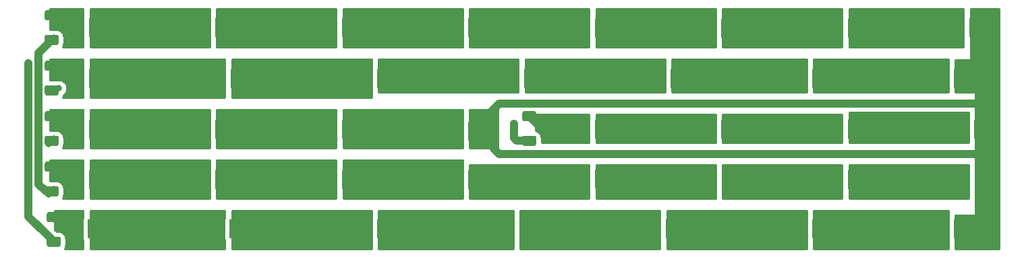
<source format=gbr>
%TF.GenerationSoftware,KiCad,Pcbnew,(5.1.9)-1*%
%TF.CreationDate,2021-12-14T13:52:55-06:00*%
%TF.ProjectId,Tri-Color-Panel,5472692d-436f-46c6-9f72-2d50616e656c,rev?*%
%TF.SameCoordinates,Original*%
%TF.FileFunction,Copper,L1,Top*%
%TF.FilePolarity,Positive*%
%FSLAX46Y46*%
G04 Gerber Fmt 4.6, Leading zero omitted, Abs format (unit mm)*
G04 Created by KiCad (PCBNEW (5.1.9)-1) date 2021-12-14 13:52:55*
%MOMM*%
%LPD*%
G01*
G04 APERTURE LIST*
%TA.AperFunction,SMDPad,CuDef*%
%ADD10R,1.600000X2.400000*%
%TD*%
%TA.AperFunction,SMDPad,CuDef*%
%ADD11R,0.600000X2.400000*%
%TD*%
%TA.AperFunction,SMDPad,CuDef*%
%ADD12R,0.500000X1.000000*%
%TD*%
%TA.AperFunction,ViaPad*%
%ADD13C,0.800000*%
%TD*%
%TA.AperFunction,Conductor*%
%ADD14C,1.016000*%
%TD*%
%TA.AperFunction,Conductor*%
%ADD15C,0.254000*%
%TD*%
%TA.AperFunction,Conductor*%
%ADD16C,0.100000*%
%TD*%
G04 APERTURE END LIST*
D10*
%TO.P,D1,1*%
%TO.N,Net-(D1-Pad1)*%
X91551000Y-79375000D03*
D11*
%TO.P,D1,2*%
%TO.N,Net-(D1-Pad2)*%
X89901000Y-79375000D03*
D12*
X89351000Y-79375000D03*
%TO.P,D1,1*%
%TO.N,Net-(D1-Pad1)*%
X92601000Y-79375000D03*
%TD*%
%TO.P,R1,2*%
%TO.N,Net-(D1-Pad2)*%
%TA.AperFunction,SMDPad,CuDef*%
G36*
G01*
X86731001Y-78475000D02*
X85480999Y-78475000D01*
G75*
G02*
X85231000Y-78225001I0J249999D01*
G01*
X85231000Y-77424999D01*
G75*
G02*
X85480999Y-77175000I249999J0D01*
G01*
X86731001Y-77175000D01*
G75*
G02*
X86981000Y-77424999I0J-249999D01*
G01*
X86981000Y-78225001D01*
G75*
G02*
X86731001Y-78475000I-249999J0D01*
G01*
G37*
%TD.AperFunction*%
%TO.P,R1,1*%
%TO.N,Net-(R1-Pad1)*%
%TA.AperFunction,SMDPad,CuDef*%
G36*
G01*
X86731001Y-81575000D02*
X85480999Y-81575000D01*
G75*
G02*
X85231000Y-81325001I0J249999D01*
G01*
X85231000Y-80524999D01*
G75*
G02*
X85480999Y-80275000I249999J0D01*
G01*
X86731001Y-80275000D01*
G75*
G02*
X86981000Y-80524999I0J-249999D01*
G01*
X86981000Y-81325001D01*
G75*
G02*
X86731001Y-81575000I-249999J0D01*
G01*
G37*
%TD.AperFunction*%
%TD*%
%TO.P,R2,1*%
%TO.N,Net-(R1-Pad1)*%
%TA.AperFunction,SMDPad,CuDef*%
G36*
G01*
X86731001Y-100625000D02*
X85480999Y-100625000D01*
G75*
G02*
X85231000Y-100375001I0J249999D01*
G01*
X85231000Y-99574999D01*
G75*
G02*
X85480999Y-99325000I249999J0D01*
G01*
X86731001Y-99325000D01*
G75*
G02*
X86981000Y-99574999I0J-249999D01*
G01*
X86981000Y-100375001D01*
G75*
G02*
X86731001Y-100625000I-249999J0D01*
G01*
G37*
%TD.AperFunction*%
%TO.P,R2,2*%
%TO.N,Net-(D9-Pad2)*%
%TA.AperFunction,SMDPad,CuDef*%
G36*
G01*
X86731001Y-97525000D02*
X85480999Y-97525000D01*
G75*
G02*
X85231000Y-97275001I0J249999D01*
G01*
X85231000Y-96474999D01*
G75*
G02*
X85480999Y-96225000I249999J0D01*
G01*
X86731001Y-96225000D01*
G75*
G02*
X86981000Y-96474999I0J-249999D01*
G01*
X86981000Y-97275001D01*
G75*
G02*
X86731001Y-97525000I-249999J0D01*
G01*
G37*
%TD.AperFunction*%
%TD*%
%TO.P,R3,2*%
%TO.N,Net-(D17-Pad2)*%
%TA.AperFunction,SMDPad,CuDef*%
G36*
G01*
X86731001Y-84825000D02*
X85480999Y-84825000D01*
G75*
G02*
X85231000Y-84575001I0J249999D01*
G01*
X85231000Y-83774999D01*
G75*
G02*
X85480999Y-83525000I249999J0D01*
G01*
X86731001Y-83525000D01*
G75*
G02*
X86981000Y-83774999I0J-249999D01*
G01*
X86981000Y-84575001D01*
G75*
G02*
X86731001Y-84825000I-249999J0D01*
G01*
G37*
%TD.AperFunction*%
%TO.P,R3,1*%
%TO.N,Net-(R3-Pad1)*%
%TA.AperFunction,SMDPad,CuDef*%
G36*
G01*
X86731001Y-87925000D02*
X85480999Y-87925000D01*
G75*
G02*
X85231000Y-87675001I0J249999D01*
G01*
X85231000Y-86874999D01*
G75*
G02*
X85480999Y-86625000I249999J0D01*
G01*
X86731001Y-86625000D01*
G75*
G02*
X86981000Y-86874999I0J-249999D01*
G01*
X86981000Y-87675001D01*
G75*
G02*
X86731001Y-87925000I-249999J0D01*
G01*
G37*
%TD.AperFunction*%
%TD*%
%TO.P,R4,1*%
%TO.N,Net-(R3-Pad1)*%
%TA.AperFunction,SMDPad,CuDef*%
G36*
G01*
X86985001Y-106975000D02*
X85734999Y-106975000D01*
G75*
G02*
X85485000Y-106725001I0J249999D01*
G01*
X85485000Y-105924999D01*
G75*
G02*
X85734999Y-105675000I249999J0D01*
G01*
X86985001Y-105675000D01*
G75*
G02*
X87235000Y-105924999I0J-249999D01*
G01*
X87235000Y-106725001D01*
G75*
G02*
X86985001Y-106975000I-249999J0D01*
G01*
G37*
%TD.AperFunction*%
%TO.P,R4,2*%
%TO.N,Net-(D24-Pad2)*%
%TA.AperFunction,SMDPad,CuDef*%
G36*
G01*
X86985001Y-103875000D02*
X85734999Y-103875000D01*
G75*
G02*
X85485000Y-103625001I0J249999D01*
G01*
X85485000Y-102824999D01*
G75*
G02*
X85734999Y-102575000I249999J0D01*
G01*
X86985001Y-102575000D01*
G75*
G02*
X87235000Y-102824999I0J-249999D01*
G01*
X87235000Y-103625001D01*
G75*
G02*
X86985001Y-103875000I-249999J0D01*
G01*
G37*
%TD.AperFunction*%
%TD*%
%TO.P,R5,2*%
%TO.N,Net-(D31-Pad2)*%
%TA.AperFunction,SMDPad,CuDef*%
G36*
G01*
X86731001Y-91175000D02*
X85480999Y-91175000D01*
G75*
G02*
X85231000Y-90925001I0J249999D01*
G01*
X85231000Y-90124999D01*
G75*
G02*
X85480999Y-89875000I249999J0D01*
G01*
X86731001Y-89875000D01*
G75*
G02*
X86981000Y-90124999I0J-249999D01*
G01*
X86981000Y-90925001D01*
G75*
G02*
X86731001Y-91175000I-249999J0D01*
G01*
G37*
%TD.AperFunction*%
%TO.P,R5,1*%
%TO.N,Net-(R5-Pad1)*%
%TA.AperFunction,SMDPad,CuDef*%
G36*
G01*
X86731001Y-94275000D02*
X85480999Y-94275000D01*
G75*
G02*
X85231000Y-94025001I0J249999D01*
G01*
X85231000Y-93224999D01*
G75*
G02*
X85480999Y-92975000I249999J0D01*
G01*
X86731001Y-92975000D01*
G75*
G02*
X86981000Y-93224999I0J-249999D01*
G01*
X86981000Y-94025001D01*
G75*
G02*
X86731001Y-94275000I-249999J0D01*
G01*
G37*
%TD.AperFunction*%
%TD*%
%TO.P,R6,1*%
%TO.N,Net-(R5-Pad1)*%
%TA.AperFunction,SMDPad,CuDef*%
G36*
G01*
X146675001Y-94275000D02*
X145424999Y-94275000D01*
G75*
G02*
X145175000Y-94025001I0J249999D01*
G01*
X145175000Y-93224999D01*
G75*
G02*
X145424999Y-92975000I249999J0D01*
G01*
X146675001Y-92975000D01*
G75*
G02*
X146925000Y-93224999I0J-249999D01*
G01*
X146925000Y-94025001D01*
G75*
G02*
X146675001Y-94275000I-249999J0D01*
G01*
G37*
%TD.AperFunction*%
%TO.P,R6,2*%
%TO.N,Net-(D35-Pad2)*%
%TA.AperFunction,SMDPad,CuDef*%
G36*
G01*
X146675001Y-91175000D02*
X145424999Y-91175000D01*
G75*
G02*
X145175000Y-90925001I0J249999D01*
G01*
X145175000Y-90124999D01*
G75*
G02*
X145424999Y-89875000I249999J0D01*
G01*
X146675001Y-89875000D01*
G75*
G02*
X146925000Y-90124999I0J-249999D01*
G01*
X146925000Y-90925001D01*
G75*
G02*
X146675001Y-91175000I-249999J0D01*
G01*
G37*
%TD.AperFunction*%
%TD*%
D10*
%TO.P,D2,1*%
%TO.N,Net-(D2-Pad1)*%
X107426000Y-79375000D03*
D11*
%TO.P,D2,2*%
%TO.N,Net-(D1-Pad1)*%
X105776000Y-79375000D03*
D12*
X105226000Y-79375000D03*
%TO.P,D2,1*%
%TO.N,Net-(D2-Pad1)*%
X108476000Y-79375000D03*
%TD*%
%TO.P,D3,1*%
%TO.N,Net-(D3-Pad1)*%
X124351000Y-79375000D03*
%TO.P,D3,2*%
%TO.N,Net-(D2-Pad1)*%
X121101000Y-79375000D03*
D11*
X121651000Y-79375000D03*
D10*
%TO.P,D3,1*%
%TO.N,Net-(D3-Pad1)*%
X123301000Y-79375000D03*
%TD*%
%TO.P,D4,1*%
%TO.N,Net-(D4-Pad1)*%
X139176000Y-79375000D03*
D11*
%TO.P,D4,2*%
%TO.N,Net-(D3-Pad1)*%
X137526000Y-79375000D03*
D12*
X136976000Y-79375000D03*
%TO.P,D4,1*%
%TO.N,Net-(D4-Pad1)*%
X140226000Y-79375000D03*
%TD*%
%TO.P,D5,1*%
%TO.N,Net-(D5-Pad1)*%
X156101000Y-79446000D03*
%TO.P,D5,2*%
%TO.N,Net-(D4-Pad1)*%
X152851000Y-79446000D03*
D11*
X153401000Y-79446000D03*
D10*
%TO.P,D5,1*%
%TO.N,Net-(D5-Pad1)*%
X155051000Y-79446000D03*
%TD*%
%TO.P,D6,1*%
%TO.N,Net-(D6-Pad1)*%
X170926000Y-79446000D03*
D11*
%TO.P,D6,2*%
%TO.N,Net-(D5-Pad1)*%
X169276000Y-79446000D03*
D12*
X168726000Y-79446000D03*
%TO.P,D6,1*%
%TO.N,Net-(D6-Pad1)*%
X171976000Y-79446000D03*
%TD*%
%TO.P,D7,1*%
%TO.N,Net-(D7-Pad1)*%
X187851000Y-79446000D03*
%TO.P,D7,2*%
%TO.N,Net-(D6-Pad1)*%
X184601000Y-79446000D03*
D11*
X185151000Y-79446000D03*
D10*
%TO.P,D7,1*%
%TO.N,Net-(D7-Pad1)*%
X186801000Y-79446000D03*
%TD*%
%TO.P,D8,1*%
%TO.N,Net-(D16-Pad1)*%
X202041000Y-79375000D03*
D11*
%TO.P,D8,2*%
%TO.N,Net-(D7-Pad1)*%
X200391000Y-79375000D03*
D12*
X199841000Y-79375000D03*
%TO.P,D8,1*%
%TO.N,Net-(D16-Pad1)*%
X203091000Y-79375000D03*
%TD*%
%TO.P,D9,1*%
%TO.N,Net-(D10-Pad2)*%
X92601000Y-98496000D03*
%TO.P,D9,2*%
%TO.N,Net-(D9-Pad2)*%
X89351000Y-98496000D03*
D11*
X89901000Y-98496000D03*
D10*
%TO.P,D9,1*%
%TO.N,Net-(D10-Pad2)*%
X91551000Y-98496000D03*
%TD*%
%TO.P,D10,1*%
%TO.N,Net-(D10-Pad1)*%
X107426000Y-98496000D03*
D11*
%TO.P,D10,2*%
%TO.N,Net-(D10-Pad2)*%
X105776000Y-98496000D03*
D12*
X105226000Y-98496000D03*
%TO.P,D10,1*%
%TO.N,Net-(D10-Pad1)*%
X108476000Y-98496000D03*
%TD*%
%TO.P,D11,1*%
%TO.N,Net-(D11-Pad1)*%
X124351000Y-98496000D03*
%TO.P,D11,2*%
%TO.N,Net-(D10-Pad1)*%
X121101000Y-98496000D03*
D11*
X121651000Y-98496000D03*
D10*
%TO.P,D11,1*%
%TO.N,Net-(D11-Pad1)*%
X123301000Y-98496000D03*
%TD*%
%TO.P,D12,1*%
%TO.N,Net-(D12-Pad1)*%
X139176000Y-98496000D03*
D11*
%TO.P,D12,2*%
%TO.N,Net-(D11-Pad1)*%
X137526000Y-98496000D03*
D12*
X136976000Y-98496000D03*
%TO.P,D12,1*%
%TO.N,Net-(D12-Pad1)*%
X140226000Y-98496000D03*
%TD*%
%TO.P,D13,1*%
%TO.N,Net-(D13-Pad1)*%
X156116000Y-98425000D03*
%TO.P,D13,2*%
%TO.N,Net-(D12-Pad1)*%
X152866000Y-98425000D03*
D11*
X153416000Y-98425000D03*
D10*
%TO.P,D13,1*%
%TO.N,Net-(D13-Pad1)*%
X155066000Y-98425000D03*
%TD*%
D12*
%TO.P,D14,1*%
%TO.N,Net-(D14-Pad1)*%
X171992000Y-98425000D03*
%TO.P,D14,2*%
%TO.N,Net-(D13-Pad1)*%
X168742000Y-98425000D03*
D11*
X169292000Y-98425000D03*
D10*
%TO.P,D14,1*%
%TO.N,Net-(D14-Pad1)*%
X170942000Y-98425000D03*
%TD*%
%TO.P,D15,1*%
%TO.N,Net-(D15-Pad1)*%
X186801000Y-98496000D03*
D11*
%TO.P,D15,2*%
%TO.N,Net-(D14-Pad1)*%
X185151000Y-98496000D03*
D12*
X184601000Y-98496000D03*
%TO.P,D15,1*%
%TO.N,Net-(D15-Pad1)*%
X187851000Y-98496000D03*
%TD*%
%TO.P,D16,1*%
%TO.N,Net-(D16-Pad1)*%
X203742000Y-98552000D03*
%TO.P,D16,2*%
%TO.N,Net-(D15-Pad1)*%
X200492000Y-98552000D03*
D11*
X201042000Y-98552000D03*
D10*
%TO.P,D16,1*%
%TO.N,Net-(D16-Pad1)*%
X202692000Y-98552000D03*
%TD*%
D12*
%TO.P,D17,1*%
%TO.N,Net-(D17-Pad1)*%
X92601000Y-85796000D03*
%TO.P,D17,2*%
%TO.N,Net-(D17-Pad2)*%
X89351000Y-85796000D03*
D11*
X89901000Y-85796000D03*
D10*
%TO.P,D17,1*%
%TO.N,Net-(D17-Pad1)*%
X91551000Y-85796000D03*
%TD*%
D12*
%TO.P,D18,1*%
%TO.N,Net-(D18-Pad1)*%
X110381000Y-85796000D03*
%TO.P,D18,2*%
%TO.N,Net-(D17-Pad1)*%
X107131000Y-85796000D03*
D11*
X107681000Y-85796000D03*
D10*
%TO.P,D18,1*%
%TO.N,Net-(D18-Pad1)*%
X109331000Y-85796000D03*
%TD*%
D12*
%TO.P,D19,1*%
%TO.N,Net-(D19-Pad1)*%
X128759500Y-85796000D03*
%TO.P,D19,2*%
%TO.N,Net-(D18-Pad1)*%
X125509500Y-85796000D03*
D11*
X126059500Y-85796000D03*
D10*
%TO.P,D19,1*%
%TO.N,Net-(D19-Pad1)*%
X127709500Y-85796000D03*
%TD*%
%TO.P,D20,1*%
%TO.N,Net-(D20-Pad1)*%
X146161000Y-85796000D03*
D11*
%TO.P,D20,2*%
%TO.N,Net-(D19-Pad1)*%
X144511000Y-85796000D03*
D12*
X143961000Y-85796000D03*
%TO.P,D20,1*%
%TO.N,Net-(D20-Pad1)*%
X147211000Y-85796000D03*
%TD*%
%TO.P,D21,1*%
%TO.N,Net-(D21-Pad1)*%
X165626000Y-85796000D03*
%TO.P,D21,2*%
%TO.N,Net-(D20-Pad1)*%
X162376000Y-85796000D03*
D11*
X162926000Y-85796000D03*
D10*
%TO.P,D21,1*%
%TO.N,Net-(D21-Pad1)*%
X164576000Y-85796000D03*
%TD*%
%TO.P,D22,1*%
%TO.N,Net-(D22-Pad1)*%
X182356000Y-85796000D03*
D11*
%TO.P,D22,2*%
%TO.N,Net-(D21-Pad1)*%
X180706000Y-85796000D03*
D12*
X180156000Y-85796000D03*
%TO.P,D22,1*%
%TO.N,Net-(D22-Pad1)*%
X183406000Y-85796000D03*
%TD*%
%TO.P,D23,1*%
%TO.N,Net-(D16-Pad1)*%
X201186000Y-85796000D03*
%TO.P,D23,2*%
%TO.N,Net-(D22-Pad1)*%
X197936000Y-85796000D03*
D11*
X198486000Y-85796000D03*
D10*
%TO.P,D23,1*%
%TO.N,Net-(D16-Pad1)*%
X200136000Y-85796000D03*
%TD*%
%TO.P,D24,1*%
%TO.N,Net-(D24-Pad1)*%
X91424000Y-104719000D03*
D11*
%TO.P,D24,2*%
%TO.N,Net-(D24-Pad2)*%
X89774000Y-104719000D03*
D12*
X89224000Y-104719000D03*
%TO.P,D24,1*%
%TO.N,Net-(D24-Pad1)*%
X92474000Y-104719000D03*
%TD*%
%TO.P,D25,1*%
%TO.N,Net-(D25-Pad1)*%
X110254000Y-104719000D03*
%TO.P,D25,2*%
%TO.N,Net-(D24-Pad1)*%
X107004000Y-104719000D03*
D11*
X107554000Y-104719000D03*
D10*
%TO.P,D25,1*%
%TO.N,Net-(D25-Pad1)*%
X109204000Y-104719000D03*
%TD*%
%TO.P,D26,1*%
%TO.N,Net-(D26-Pad1)*%
X127709500Y-104719000D03*
D11*
%TO.P,D26,2*%
%TO.N,Net-(D25-Pad1)*%
X126059500Y-104719000D03*
D12*
X125509500Y-104719000D03*
%TO.P,D26,1*%
%TO.N,Net-(D26-Pad1)*%
X128759500Y-104719000D03*
%TD*%
%TO.P,D27,1*%
%TO.N,Net-(D27-Pad1)*%
X146592000Y-104719000D03*
%TO.P,D27,2*%
%TO.N,Net-(D26-Pad1)*%
X143342000Y-104719000D03*
D11*
X143892000Y-104719000D03*
D10*
%TO.P,D27,1*%
%TO.N,Net-(D27-Pad1)*%
X145542000Y-104719000D03*
%TD*%
%TO.P,D28,1*%
%TO.N,Net-(D28-Pad1)*%
X163941000Y-104719000D03*
D11*
%TO.P,D28,2*%
%TO.N,Net-(D27-Pad1)*%
X162291000Y-104719000D03*
D12*
X161741000Y-104719000D03*
%TO.P,D28,1*%
%TO.N,Net-(D28-Pad1)*%
X164991000Y-104719000D03*
%TD*%
%TO.P,D29,1*%
%TO.N,Net-(D29-Pad1)*%
X183406000Y-104719000D03*
%TO.P,D29,2*%
%TO.N,Net-(D28-Pad1)*%
X180156000Y-104719000D03*
D11*
X180706000Y-104719000D03*
D10*
%TO.P,D29,1*%
%TO.N,Net-(D29-Pad1)*%
X182356000Y-104719000D03*
%TD*%
%TO.P,D30,1*%
%TO.N,Net-(D16-Pad1)*%
X200136000Y-104719000D03*
D11*
%TO.P,D30,2*%
%TO.N,Net-(D29-Pad1)*%
X198486000Y-104719000D03*
D12*
X197936000Y-104719000D03*
%TO.P,D30,1*%
%TO.N,Net-(D16-Pad1)*%
X201186000Y-104719000D03*
%TD*%
D10*
%TO.P,D31,1*%
%TO.N,Net-(D31-Pad1)*%
X91551000Y-92146000D03*
D11*
%TO.P,D31,2*%
%TO.N,Net-(D31-Pad2)*%
X89901000Y-92146000D03*
D12*
X89351000Y-92146000D03*
%TO.P,D31,1*%
%TO.N,Net-(D31-Pad1)*%
X92601000Y-92146000D03*
%TD*%
D10*
%TO.P,D32,1*%
%TO.N,Net-(D32-Pad1)*%
X107426000Y-92146000D03*
D11*
%TO.P,D32,2*%
%TO.N,Net-(D31-Pad1)*%
X105776000Y-92146000D03*
D12*
X105226000Y-92146000D03*
%TO.P,D32,1*%
%TO.N,Net-(D32-Pad1)*%
X108476000Y-92146000D03*
%TD*%
%TO.P,D33,1*%
%TO.N,Net-(D33-Pad1)*%
X124351000Y-92146000D03*
%TO.P,D33,2*%
%TO.N,Net-(D32-Pad1)*%
X121101000Y-92146000D03*
D11*
X121651000Y-92146000D03*
D10*
%TO.P,D33,1*%
%TO.N,Net-(D33-Pad1)*%
X123301000Y-92146000D03*
%TD*%
%TO.P,D34,1*%
%TO.N,Net-(D16-Pad1)*%
X139176000Y-92400000D03*
D11*
%TO.P,D34,2*%
%TO.N,Net-(D33-Pad1)*%
X137526000Y-92400000D03*
D12*
X136976000Y-92400000D03*
%TO.P,D34,1*%
%TO.N,Net-(D16-Pad1)*%
X140226000Y-92400000D03*
%TD*%
%TO.P,D35,1*%
%TO.N,Net-(D35-Pad1)*%
X156101000Y-92146000D03*
%TO.P,D35,2*%
%TO.N,Net-(D35-Pad2)*%
X152851000Y-92146000D03*
D11*
X153401000Y-92146000D03*
D10*
%TO.P,D35,1*%
%TO.N,Net-(D35-Pad1)*%
X155051000Y-92146000D03*
%TD*%
%TO.P,D36,1*%
%TO.N,Net-(D36-Pad1)*%
X170926000Y-92146000D03*
D11*
%TO.P,D36,2*%
%TO.N,Net-(D35-Pad1)*%
X169276000Y-92146000D03*
D12*
X168726000Y-92146000D03*
%TO.P,D36,1*%
%TO.N,Net-(D36-Pad1)*%
X171976000Y-92146000D03*
%TD*%
%TO.P,D37,1*%
%TO.N,Net-(D37-Pad1)*%
X187851000Y-92146000D03*
%TO.P,D37,2*%
%TO.N,Net-(D36-Pad1)*%
X184601000Y-92146000D03*
D11*
X185151000Y-92146000D03*
D10*
%TO.P,D37,1*%
%TO.N,Net-(D37-Pad1)*%
X186801000Y-92146000D03*
%TD*%
%TO.P,D38,1*%
%TO.N,Net-(D16-Pad1)*%
X202676000Y-92146000D03*
D11*
%TO.P,D38,2*%
%TO.N,Net-(D37-Pad1)*%
X201026000Y-92146000D03*
D12*
X200476000Y-92146000D03*
%TO.P,D38,1*%
%TO.N,Net-(D16-Pad1)*%
X203726000Y-92146000D03*
%TD*%
D13*
%TO.N,Net-(D16-Pad1)*%
X200442500Y-106262500D03*
X201712500Y-106262500D03*
X202982500Y-106262500D03*
X204252500Y-106262500D03*
X204379500Y-104230500D03*
X203109500Y-104230500D03*
X201839500Y-104230500D03*
%TO.N,Net-(R1-Pad1)*%
X85725000Y-81280000D03*
X85725000Y-100330000D03*
X86360000Y-99695000D03*
X86360000Y-80645000D03*
%TO.N,Net-(R3-Pad1)*%
X83185000Y-83820000D03*
X86106000Y-87275000D03*
X86995000Y-86995000D03*
X83185000Y-85090000D03*
X83185000Y-86360000D03*
X83185000Y-87630000D03*
%TO.N,Net-(R5-Pad1)*%
X85725000Y-93980000D03*
X86360000Y-93345000D03*
X144145000Y-92710000D03*
X144145000Y-91440000D03*
%TD*%
D14*
%TO.N,Net-(D1-Pad2)*%
X86168500Y-77887500D02*
X86106000Y-77825000D01*
X87656000Y-79375000D02*
X86106000Y-77825000D01*
X89351000Y-79375000D02*
X87656000Y-79375000D01*
%TO.N,Net-(D1-Pad1)*%
X92601000Y-79375000D02*
X105226000Y-79375000D01*
%TO.N,Net-(D2-Pad1)*%
X108476000Y-79375000D02*
X121101000Y-79375000D01*
%TO.N,Net-(D3-Pad1)*%
X124351000Y-79375000D02*
X136976000Y-79375000D01*
%TO.N,Net-(D4-Pad1)*%
X152780000Y-79375000D02*
X152851000Y-79446000D01*
X140226000Y-79375000D02*
X152780000Y-79375000D01*
%TO.N,Net-(D5-Pad1)*%
X156101000Y-79446000D02*
X168726000Y-79446000D01*
%TO.N,Net-(D6-Pad1)*%
X171976000Y-79446000D02*
X184601000Y-79446000D01*
%TO.N,Net-(D7-Pad1)*%
X199770000Y-79446000D02*
X199841000Y-79375000D01*
X187851000Y-79446000D02*
X199770000Y-79446000D01*
%TO.N,Net-(D16-Pad1)*%
X203925500Y-93562500D02*
X203962000Y-93599000D01*
X203744500Y-99912500D02*
X203962000Y-99695000D01*
X200442500Y-106262500D02*
X201712500Y-106262500D01*
X201712500Y-106262500D02*
X202982500Y-106262500D01*
X202982500Y-106262500D02*
X204252500Y-106262500D01*
X204252500Y-106262500D02*
X204252500Y-106262500D01*
X201385500Y-104230500D02*
X201839500Y-104230500D01*
X204379500Y-104230500D02*
X204379500Y-104230500D01*
X203109500Y-104230500D02*
X204379500Y-104230500D01*
X201839500Y-104230500D02*
X203109500Y-104230500D01*
X203962000Y-103813000D02*
X204379500Y-104230500D01*
X203962000Y-99695000D02*
X203962000Y-103813000D01*
X204379500Y-106135500D02*
X204252500Y-106262500D01*
X204379500Y-104230500D02*
X204379500Y-106135500D01*
X203454000Y-95250000D02*
X203962000Y-94742000D01*
X142240000Y-95250000D02*
X203454000Y-95250000D01*
X141605000Y-94615000D02*
X142240000Y-95250000D01*
X141605000Y-93980000D02*
X141605000Y-94615000D01*
X203962000Y-94742000D02*
X203962000Y-99695000D01*
X203962000Y-93599000D02*
X203962000Y-94742000D01*
X203708000Y-88900000D02*
X203962000Y-88646000D01*
X142240000Y-88900000D02*
X203708000Y-88900000D01*
X140970000Y-90170000D02*
X142240000Y-88900000D01*
X203962000Y-88646000D02*
X203962000Y-93599000D01*
X203962000Y-80246000D02*
X203091000Y-79375000D01*
X203906000Y-85796000D02*
X203962000Y-85852000D01*
X201186000Y-85796000D02*
X203906000Y-85796000D01*
X203962000Y-85852000D02*
X203962000Y-80246000D01*
X203962000Y-88646000D02*
X203962000Y-85852000D01*
%TO.N,Net-(D9-Pad2)*%
X86168500Y-96937500D02*
X86106000Y-96875000D01*
X87727000Y-98496000D02*
X86106000Y-96875000D01*
X89351000Y-98496000D02*
X87727000Y-98496000D01*
%TO.N,Net-(D10-Pad2)*%
X92601000Y-98496000D02*
X105226000Y-98496000D01*
%TO.N,Net-(D10-Pad1)*%
X108476000Y-98496000D02*
X121101000Y-98496000D01*
%TO.N,Net-(D11-Pad1)*%
X124351000Y-98496000D02*
X136976000Y-98496000D01*
%TO.N,Net-(D12-Pad1)*%
X152795000Y-98496000D02*
X152866000Y-98425000D01*
X140226000Y-98496000D02*
X152795000Y-98496000D01*
%TO.N,Net-(D13-Pad1)*%
X156116000Y-98425000D02*
X168742000Y-98425000D01*
%TO.N,Net-(D14-Pad1)*%
X184530000Y-98425000D02*
X184601000Y-98496000D01*
X171992000Y-98425000D02*
X184530000Y-98425000D01*
%TO.N,Net-(D15-Pad1)*%
X200436000Y-98496000D02*
X200492000Y-98552000D01*
X187851000Y-98496000D02*
X200436000Y-98496000D01*
%TO.N,Net-(D17-Pad1)*%
X92601000Y-85796000D02*
X107131000Y-85796000D01*
%TO.N,Net-(D17-Pad2)*%
X87727000Y-85796000D02*
X86106000Y-84175000D01*
X89351000Y-85796000D02*
X87727000Y-85796000D01*
%TO.N,Net-(D18-Pad1)*%
X110381000Y-85796000D02*
X125509500Y-85796000D01*
%TO.N,Net-(D19-Pad1)*%
X128759500Y-85796000D02*
X143961000Y-85796000D01*
%TO.N,Net-(D20-Pad1)*%
X147211000Y-85796000D02*
X162376000Y-85796000D01*
%TO.N,Net-(D21-Pad1)*%
X165626000Y-85796000D02*
X180156000Y-85796000D01*
%TO.N,Net-(D22-Pad1)*%
X183406000Y-85796000D02*
X197936000Y-85796000D01*
%TO.N,Net-(D24-Pad2)*%
X86422500Y-103287500D02*
X86360000Y-103225000D01*
X87854000Y-104719000D02*
X86360000Y-103225000D01*
X89224000Y-104719000D02*
X87854000Y-104719000D01*
%TO.N,Net-(D24-Pad1)*%
X92474000Y-104719000D02*
X107004000Y-104719000D01*
%TO.N,Net-(D25-Pad1)*%
X110254000Y-104719000D02*
X125509500Y-104719000D01*
%TO.N,Net-(D26-Pad1)*%
X128759500Y-104719000D02*
X143342000Y-104719000D01*
%TO.N,Net-(D27-Pad1)*%
X146592000Y-104719000D02*
X161741000Y-104719000D01*
%TO.N,Net-(D28-Pad1)*%
X164991000Y-104719000D02*
X180156000Y-104719000D01*
%TO.N,Net-(D29-Pad1)*%
X183406000Y-104719000D02*
X197936000Y-104719000D01*
%TO.N,Net-(D31-Pad2)*%
X86168500Y-90587500D02*
X86106000Y-90525000D01*
X87727000Y-92146000D02*
X86106000Y-90525000D01*
X89351000Y-92146000D02*
X87727000Y-92146000D01*
%TO.N,Net-(D31-Pad1)*%
X92601000Y-92146000D02*
X105226000Y-92146000D01*
%TO.N,Net-(D32-Pad1)*%
X108476000Y-92146000D02*
X121101000Y-92146000D01*
%TO.N,Net-(D33-Pad1)*%
X136722000Y-92146000D02*
X136976000Y-92400000D01*
X124351000Y-92146000D02*
X136722000Y-92146000D01*
%TO.N,Net-(D35-Pad1)*%
X156101000Y-92146000D02*
X168726000Y-92146000D01*
%TO.N,Net-(D35-Pad2)*%
X146112500Y-90587500D02*
X146050000Y-90525000D01*
X147671000Y-92146000D02*
X146050000Y-90525000D01*
X152851000Y-92146000D02*
X147671000Y-92146000D01*
%TO.N,Net-(D36-Pad1)*%
X171976000Y-92146000D02*
X184601000Y-92146000D01*
%TO.N,Net-(D37-Pad1)*%
X187851000Y-92146000D02*
X200476000Y-92146000D01*
%TO.N,Net-(R1-Pad1)*%
X86106000Y-99975000D02*
X85370000Y-99975000D01*
X84468990Y-82562010D02*
X86106000Y-80925000D01*
X84468990Y-99073990D02*
X84468990Y-82562010D01*
X85370000Y-99975000D02*
X84468990Y-99073990D01*
%TO.N,Net-(R3-Pad1)*%
X86106000Y-87275000D02*
X86106000Y-87275000D01*
X84074000Y-104039000D02*
X86360000Y-106325000D01*
X86360000Y-106325000D02*
X86360000Y-106325000D01*
X86360000Y-106325000D02*
X83185000Y-103150000D01*
X83185000Y-103150000D02*
X83185000Y-87630000D01*
X86106000Y-87275000D02*
X86106000Y-87275000D01*
X83185000Y-85090000D02*
X83185000Y-83820000D01*
X83185000Y-86360000D02*
X83185000Y-85090000D01*
X83185000Y-87630000D02*
X83185000Y-86360000D01*
%TO.N,Net-(R5-Pad1)*%
X146050000Y-93625000D02*
X145695000Y-93625000D01*
X146050000Y-93625000D02*
X144500000Y-93625000D01*
X144145000Y-93270000D02*
X144500000Y-93625000D01*
X144145000Y-91440000D02*
X144145000Y-93270000D01*
%TD*%
D15*
%TO.N,Net-(D29-Pad1)*%
X198628000Y-107188000D02*
X181737000Y-107188000D01*
X181737000Y-102362000D01*
X198628000Y-102362000D01*
X198628000Y-107188000D01*
%TA.AperFunction,Conductor*%
D16*
G36*
X198628000Y-107188000D02*
G01*
X181737000Y-107188000D01*
X181737000Y-102362000D01*
X198628000Y-102362000D01*
X198628000Y-107188000D01*
G37*
%TD.AperFunction*%
%TD*%
D15*
%TO.N,Net-(D16-Pad1)*%
X204978000Y-107188000D02*
X199517000Y-107188000D01*
X199517000Y-102997000D01*
X201930000Y-102997000D01*
X201954776Y-102994560D01*
X201978601Y-102987333D01*
X202000557Y-102975597D01*
X202019803Y-102959803D01*
X202035597Y-102940557D01*
X202047333Y-102918601D01*
X202054560Y-102894776D01*
X202057000Y-102870000D01*
X202057000Y-87630000D01*
X202054560Y-87605224D01*
X202047333Y-87581399D01*
X202035597Y-87559443D01*
X202019803Y-87540197D01*
X202000557Y-87524403D01*
X201978601Y-87512667D01*
X201954776Y-87505440D01*
X201930000Y-87503000D01*
X199517000Y-87503000D01*
X199517000Y-83439000D01*
X201295000Y-83439000D01*
X201319776Y-83436560D01*
X201343601Y-83429333D01*
X201365557Y-83417597D01*
X201384803Y-83401803D01*
X201400597Y-83382557D01*
X201412333Y-83360601D01*
X201419560Y-83336776D01*
X201422000Y-83312000D01*
X201422000Y-76962000D01*
X204978000Y-76962000D01*
X204978000Y-107188000D01*
%TA.AperFunction,Conductor*%
D16*
G36*
X204978000Y-107188000D02*
G01*
X199517000Y-107188000D01*
X199517000Y-102997000D01*
X201930000Y-102997000D01*
X201954776Y-102994560D01*
X201978601Y-102987333D01*
X202000557Y-102975597D01*
X202019803Y-102959803D01*
X202035597Y-102940557D01*
X202047333Y-102918601D01*
X202054560Y-102894776D01*
X202057000Y-102870000D01*
X202057000Y-87630000D01*
X202054560Y-87605224D01*
X202047333Y-87581399D01*
X202035597Y-87559443D01*
X202019803Y-87540197D01*
X202000557Y-87524403D01*
X201978601Y-87512667D01*
X201954776Y-87505440D01*
X201930000Y-87503000D01*
X199517000Y-87503000D01*
X199517000Y-83439000D01*
X201295000Y-83439000D01*
X201319776Y-83436560D01*
X201343601Y-83429333D01*
X201365557Y-83417597D01*
X201384803Y-83401803D01*
X201400597Y-83382557D01*
X201412333Y-83360601D01*
X201419560Y-83336776D01*
X201422000Y-83312000D01*
X201422000Y-76962000D01*
X204978000Y-76962000D01*
X204978000Y-107188000D01*
G37*
%TD.AperFunction*%
%TD*%
D15*
%TO.N,Net-(D15-Pad1)*%
X201168000Y-100838000D02*
X186182000Y-100838000D01*
X186182000Y-96647000D01*
X201168000Y-96647000D01*
X201168000Y-100838000D01*
%TA.AperFunction,Conductor*%
D16*
G36*
X201168000Y-100838000D02*
G01*
X186182000Y-100838000D01*
X186182000Y-96647000D01*
X201168000Y-96647000D01*
X201168000Y-100838000D01*
G37*
%TD.AperFunction*%
%TD*%
D15*
%TO.N,Net-(D37-Pad1)*%
X201168000Y-93853000D02*
X186182000Y-93853000D01*
X186182000Y-90043000D01*
X201168000Y-90043000D01*
X201168000Y-93853000D01*
%TA.AperFunction,Conductor*%
D16*
G36*
X201168000Y-93853000D02*
G01*
X186182000Y-93853000D01*
X186182000Y-90043000D01*
X201168000Y-90043000D01*
X201168000Y-93853000D01*
G37*
%TD.AperFunction*%
%TD*%
D15*
%TO.N,Net-(D22-Pad1)*%
X198628000Y-87503000D02*
X181737000Y-87503000D01*
X181737000Y-83312000D01*
X198628000Y-83312000D01*
X198628000Y-87503000D01*
%TA.AperFunction,Conductor*%
D16*
G36*
X198628000Y-87503000D02*
G01*
X181737000Y-87503000D01*
X181737000Y-83312000D01*
X198628000Y-83312000D01*
X198628000Y-87503000D01*
G37*
%TD.AperFunction*%
%TD*%
D15*
%TO.N,Net-(D7-Pad1)*%
X200533000Y-81788000D02*
X186182000Y-81788000D01*
X186182000Y-76962000D01*
X200533000Y-76962000D01*
X200533000Y-81788000D01*
%TA.AperFunction,Conductor*%
D16*
G36*
X200533000Y-81788000D02*
G01*
X186182000Y-81788000D01*
X186182000Y-76962000D01*
X200533000Y-76962000D01*
X200533000Y-81788000D01*
G37*
%TD.AperFunction*%
%TD*%
D15*
%TO.N,Net-(D6-Pad1)*%
X185293000Y-81788000D02*
X170307000Y-81788000D01*
X170307000Y-76962000D01*
X185293000Y-76962000D01*
X185293000Y-81788000D01*
%TA.AperFunction,Conductor*%
D16*
G36*
X185293000Y-81788000D02*
G01*
X170307000Y-81788000D01*
X170307000Y-76962000D01*
X185293000Y-76962000D01*
X185293000Y-81788000D01*
G37*
%TD.AperFunction*%
%TD*%
D15*
%TO.N,Net-(D21-Pad1)*%
X180848000Y-87503000D02*
X163957000Y-87503000D01*
X163957000Y-83312000D01*
X180848000Y-83312000D01*
X180848000Y-87503000D01*
%TA.AperFunction,Conductor*%
D16*
G36*
X180848000Y-87503000D02*
G01*
X163957000Y-87503000D01*
X163957000Y-83312000D01*
X180848000Y-83312000D01*
X180848000Y-87503000D01*
G37*
%TD.AperFunction*%
%TD*%
D15*
%TO.N,Net-(D36-Pad1)*%
X185293000Y-93853000D02*
X170307000Y-93853000D01*
X170307000Y-90297000D01*
X185293000Y-90297000D01*
X185293000Y-93853000D01*
%TA.AperFunction,Conductor*%
D16*
G36*
X185293000Y-93853000D02*
G01*
X170307000Y-93853000D01*
X170307000Y-90297000D01*
X185293000Y-90297000D01*
X185293000Y-93853000D01*
G37*
%TD.AperFunction*%
%TD*%
D15*
%TO.N,Net-(D14-Pad1)*%
X185293000Y-100838000D02*
X170307000Y-100838000D01*
X170307000Y-96647000D01*
X185293000Y-96647000D01*
X185293000Y-100838000D01*
%TA.AperFunction,Conductor*%
D16*
G36*
X185293000Y-100838000D02*
G01*
X170307000Y-100838000D01*
X170307000Y-96647000D01*
X185293000Y-96647000D01*
X185293000Y-100838000D01*
G37*
%TD.AperFunction*%
%TD*%
D15*
%TO.N,Net-(D28-Pad1)*%
X180848000Y-107188000D02*
X163322000Y-107188000D01*
X163322000Y-102362000D01*
X180848000Y-102362000D01*
X180848000Y-107188000D01*
%TA.AperFunction,Conductor*%
D16*
G36*
X180848000Y-107188000D02*
G01*
X163322000Y-107188000D01*
X163322000Y-102362000D01*
X180848000Y-102362000D01*
X180848000Y-107188000D01*
G37*
%TD.AperFunction*%
%TD*%
D15*
%TO.N,Net-(D5-Pad1)*%
X169418000Y-81788000D02*
X154432000Y-81788000D01*
X154432000Y-76962000D01*
X169418000Y-76962000D01*
X169418000Y-81788000D01*
%TA.AperFunction,Conductor*%
D16*
G36*
X169418000Y-81788000D02*
G01*
X154432000Y-81788000D01*
X154432000Y-76962000D01*
X169418000Y-76962000D01*
X169418000Y-81788000D01*
G37*
%TD.AperFunction*%
%TD*%
D15*
%TO.N,Net-(D4-Pad1)*%
X153543000Y-81788000D02*
X138557000Y-81788000D01*
X138557000Y-76962000D01*
X153543000Y-76962000D01*
X153543000Y-81788000D01*
%TA.AperFunction,Conductor*%
D16*
G36*
X153543000Y-81788000D02*
G01*
X138557000Y-81788000D01*
X138557000Y-76962000D01*
X153543000Y-76962000D01*
X153543000Y-81788000D01*
G37*
%TD.AperFunction*%
%TD*%
D15*
%TO.N,Net-(D3-Pad1)*%
X137668000Y-81788000D02*
X122682000Y-81788000D01*
X122682000Y-76962000D01*
X137668000Y-76962000D01*
X137668000Y-81788000D01*
%TA.AperFunction,Conductor*%
D16*
G36*
X137668000Y-81788000D02*
G01*
X122682000Y-81788000D01*
X122682000Y-76962000D01*
X137668000Y-76962000D01*
X137668000Y-81788000D01*
G37*
%TD.AperFunction*%
%TD*%
D15*
%TO.N,Net-(D2-Pad1)*%
X121793000Y-81788000D02*
X106807000Y-81788000D01*
X106807000Y-76962000D01*
X121793000Y-76962000D01*
X121793000Y-81788000D01*
%TA.AperFunction,Conductor*%
D16*
G36*
X121793000Y-81788000D02*
G01*
X106807000Y-81788000D01*
X106807000Y-76962000D01*
X121793000Y-76962000D01*
X121793000Y-81788000D01*
G37*
%TD.AperFunction*%
%TD*%
D15*
%TO.N,Net-(D1-Pad1)*%
X105918000Y-81788000D02*
X90932000Y-81788000D01*
X90932000Y-76962000D01*
X105918000Y-76962000D01*
X105918000Y-81788000D01*
%TA.AperFunction,Conductor*%
D16*
G36*
X105918000Y-81788000D02*
G01*
X90932000Y-81788000D01*
X90932000Y-76962000D01*
X105918000Y-76962000D01*
X105918000Y-81788000D01*
G37*
%TD.AperFunction*%
%TD*%
D15*
%TO.N,Net-(D20-Pad1)*%
X163068000Y-87503000D02*
X145542000Y-87503000D01*
X145542000Y-83312000D01*
X163068000Y-83312000D01*
X163068000Y-87503000D01*
%TA.AperFunction,Conductor*%
D16*
G36*
X163068000Y-87503000D02*
G01*
X145542000Y-87503000D01*
X145542000Y-83312000D01*
X163068000Y-83312000D01*
X163068000Y-87503000D01*
G37*
%TD.AperFunction*%
%TD*%
D15*
%TO.N,Net-(D19-Pad1)*%
X144653000Y-87503000D02*
X127127000Y-87503000D01*
X127127000Y-83312000D01*
X144653000Y-83312000D01*
X144653000Y-87503000D01*
%TA.AperFunction,Conductor*%
D16*
G36*
X144653000Y-87503000D02*
G01*
X127127000Y-87503000D01*
X127127000Y-83312000D01*
X144653000Y-83312000D01*
X144653000Y-87503000D01*
G37*
%TD.AperFunction*%
%TD*%
D15*
%TO.N,Net-(D18-Pad1)*%
X126238000Y-88138000D02*
X108712000Y-88138000D01*
X108712000Y-83312000D01*
X126238000Y-83312000D01*
X126238000Y-88138000D01*
%TA.AperFunction,Conductor*%
D16*
G36*
X126238000Y-88138000D02*
G01*
X108712000Y-88138000D01*
X108712000Y-83312000D01*
X126238000Y-83312000D01*
X126238000Y-88138000D01*
G37*
%TD.AperFunction*%
%TD*%
D15*
%TO.N,Net-(D17-Pad1)*%
X107823000Y-88138000D02*
X90932000Y-88138000D01*
X90932000Y-83312000D01*
X107823000Y-83312000D01*
X107823000Y-88138000D01*
%TA.AperFunction,Conductor*%
D16*
G36*
X107823000Y-88138000D02*
G01*
X90932000Y-88138000D01*
X90932000Y-83312000D01*
X107823000Y-83312000D01*
X107823000Y-88138000D01*
G37*
%TD.AperFunction*%
%TD*%
D15*
%TO.N,Net-(D35-Pad1)*%
X169418000Y-93853000D02*
X154432000Y-93853000D01*
X154432000Y-90297000D01*
X169418000Y-90297000D01*
X169418000Y-93853000D01*
%TA.AperFunction,Conductor*%
D16*
G36*
X169418000Y-93853000D02*
G01*
X154432000Y-93853000D01*
X154432000Y-90297000D01*
X169418000Y-90297000D01*
X169418000Y-93853000D01*
G37*
%TD.AperFunction*%
%TD*%
D15*
%TO.N,Net-(D35-Pad2)*%
X153543000Y-93853000D02*
X147563072Y-93853000D01*
X147563072Y-93224999D01*
X147546008Y-93051745D01*
X147495472Y-92885149D01*
X147413405Y-92731613D01*
X147302962Y-92597038D01*
X147168387Y-92486595D01*
X147014851Y-92404528D01*
X146848255Y-92353992D01*
X146812000Y-92350421D01*
X146812000Y-90297000D01*
X153543000Y-90297000D01*
X153543000Y-93853000D01*
%TA.AperFunction,Conductor*%
D16*
G36*
X153543000Y-93853000D02*
G01*
X147563072Y-93853000D01*
X147563072Y-93224999D01*
X147546008Y-93051745D01*
X147495472Y-92885149D01*
X147413405Y-92731613D01*
X147302962Y-92597038D01*
X147168387Y-92486595D01*
X147014851Y-92404528D01*
X146848255Y-92353992D01*
X146812000Y-92350421D01*
X146812000Y-90297000D01*
X153543000Y-90297000D01*
X153543000Y-93853000D01*
G37*
%TD.AperFunction*%
%TD*%
D15*
%TO.N,Net-(D16-Pad1)*%
X142113000Y-94488000D02*
X138557000Y-94488000D01*
X138557000Y-89662000D01*
X142113000Y-89662000D01*
X142113000Y-94488000D01*
%TA.AperFunction,Conductor*%
D16*
G36*
X142113000Y-94488000D02*
G01*
X138557000Y-94488000D01*
X138557000Y-89662000D01*
X142113000Y-89662000D01*
X142113000Y-94488000D01*
G37*
%TD.AperFunction*%
%TD*%
D15*
%TO.N,Net-(D33-Pad1)*%
X137668000Y-94488000D02*
X122682000Y-94488000D01*
X122682000Y-89662000D01*
X137668000Y-89662000D01*
X137668000Y-94488000D01*
%TA.AperFunction,Conductor*%
D16*
G36*
X137668000Y-94488000D02*
G01*
X122682000Y-94488000D01*
X122682000Y-89662000D01*
X137668000Y-89662000D01*
X137668000Y-94488000D01*
G37*
%TD.AperFunction*%
%TD*%
D15*
%TO.N,Net-(D32-Pad1)*%
X121793000Y-94488000D02*
X106807000Y-94488000D01*
X106807000Y-89662000D01*
X121793000Y-89662000D01*
X121793000Y-94488000D01*
%TA.AperFunction,Conductor*%
D16*
G36*
X121793000Y-94488000D02*
G01*
X106807000Y-94488000D01*
X106807000Y-89662000D01*
X121793000Y-89662000D01*
X121793000Y-94488000D01*
G37*
%TD.AperFunction*%
%TD*%
D15*
%TO.N,Net-(D31-Pad1)*%
X105918000Y-94488000D02*
X90932000Y-94488000D01*
X90932000Y-89662000D01*
X105918000Y-89662000D01*
X105918000Y-94488000D01*
%TA.AperFunction,Conductor*%
D16*
G36*
X105918000Y-94488000D02*
G01*
X90932000Y-94488000D01*
X90932000Y-89662000D01*
X105918000Y-89662000D01*
X105918000Y-94488000D01*
G37*
%TD.AperFunction*%
%TD*%
D15*
%TO.N,Net-(D31-Pad2)*%
X90043000Y-94488000D02*
X87485647Y-94488000D01*
X87551472Y-94364851D01*
X87602008Y-94198255D01*
X87619072Y-94025001D01*
X87619072Y-93224999D01*
X87602008Y-93051745D01*
X87551472Y-92885149D01*
X87469405Y-92731613D01*
X87358962Y-92597038D01*
X87224387Y-92486595D01*
X87070851Y-92404528D01*
X86904255Y-92353992D01*
X86731001Y-92336928D01*
X86597316Y-92336928D01*
X86461939Y-92310000D01*
X86258061Y-92310000D01*
X86122684Y-92336928D01*
X85852000Y-92336928D01*
X85852000Y-89662000D01*
X90043000Y-89662000D01*
X90043000Y-94488000D01*
%TA.AperFunction,Conductor*%
D16*
G36*
X90043000Y-94488000D02*
G01*
X87485647Y-94488000D01*
X87551472Y-94364851D01*
X87602008Y-94198255D01*
X87619072Y-94025001D01*
X87619072Y-93224999D01*
X87602008Y-93051745D01*
X87551472Y-92885149D01*
X87469405Y-92731613D01*
X87358962Y-92597038D01*
X87224387Y-92486595D01*
X87070851Y-92404528D01*
X86904255Y-92353992D01*
X86731001Y-92336928D01*
X86597316Y-92336928D01*
X86461939Y-92310000D01*
X86258061Y-92310000D01*
X86122684Y-92336928D01*
X85852000Y-92336928D01*
X85852000Y-89662000D01*
X90043000Y-89662000D01*
X90043000Y-94488000D01*
G37*
%TD.AperFunction*%
%TD*%
D15*
%TO.N,Net-(D13-Pad1)*%
X169418000Y-100838000D02*
X154432000Y-100838000D01*
X154432000Y-96647000D01*
X169418000Y-96647000D01*
X169418000Y-100838000D01*
%TA.AperFunction,Conductor*%
D16*
G36*
X169418000Y-100838000D02*
G01*
X154432000Y-100838000D01*
X154432000Y-96647000D01*
X169418000Y-96647000D01*
X169418000Y-100838000D01*
G37*
%TD.AperFunction*%
%TD*%
D15*
%TO.N,Net-(D12-Pad1)*%
X153543000Y-100838000D02*
X138557000Y-100838000D01*
X138557000Y-96647000D01*
X153543000Y-96647000D01*
X153543000Y-100838000D01*
%TA.AperFunction,Conductor*%
D16*
G36*
X153543000Y-100838000D02*
G01*
X138557000Y-100838000D01*
X138557000Y-96647000D01*
X153543000Y-96647000D01*
X153543000Y-100838000D01*
G37*
%TD.AperFunction*%
%TD*%
D15*
%TO.N,Net-(D11-Pad1)*%
X137668000Y-100838000D02*
X122682000Y-100838000D01*
X122682000Y-96012000D01*
X137668000Y-96012000D01*
X137668000Y-100838000D01*
%TA.AperFunction,Conductor*%
D16*
G36*
X137668000Y-100838000D02*
G01*
X122682000Y-100838000D01*
X122682000Y-96012000D01*
X137668000Y-96012000D01*
X137668000Y-100838000D01*
G37*
%TD.AperFunction*%
%TD*%
D15*
%TO.N,Net-(D10-Pad1)*%
X121793000Y-100838000D02*
X106807000Y-100838000D01*
X106807000Y-96012000D01*
X121793000Y-96012000D01*
X121793000Y-100838000D01*
%TA.AperFunction,Conductor*%
D16*
G36*
X121793000Y-100838000D02*
G01*
X106807000Y-100838000D01*
X106807000Y-96012000D01*
X121793000Y-96012000D01*
X121793000Y-100838000D01*
G37*
%TD.AperFunction*%
%TD*%
D15*
%TO.N,Net-(D10-Pad2)*%
X105918000Y-100838000D02*
X90932000Y-100838000D01*
X90932000Y-96012000D01*
X105918000Y-96012000D01*
X105918000Y-100838000D01*
%TA.AperFunction,Conductor*%
D16*
G36*
X105918000Y-100838000D02*
G01*
X90932000Y-100838000D01*
X90932000Y-96012000D01*
X105918000Y-96012000D01*
X105918000Y-100838000D01*
G37*
%TD.AperFunction*%
%TD*%
D15*
%TO.N,Net-(D9-Pad2)*%
X90043000Y-100838000D02*
X87485647Y-100838000D01*
X87551472Y-100714851D01*
X87602008Y-100548255D01*
X87619072Y-100375001D01*
X87619072Y-99574999D01*
X87602008Y-99401745D01*
X87551472Y-99235149D01*
X87469405Y-99081613D01*
X87358962Y-98947038D01*
X87224387Y-98836595D01*
X87070851Y-98754528D01*
X86904255Y-98703992D01*
X86731001Y-98686928D01*
X86597316Y-98686928D01*
X86461939Y-98660000D01*
X86258061Y-98660000D01*
X86122684Y-98686928D01*
X85852000Y-98686928D01*
X85852000Y-96012000D01*
X90043000Y-96012000D01*
X90043000Y-100838000D01*
%TA.AperFunction,Conductor*%
D16*
G36*
X90043000Y-100838000D02*
G01*
X87485647Y-100838000D01*
X87551472Y-100714851D01*
X87602008Y-100548255D01*
X87619072Y-100375001D01*
X87619072Y-99574999D01*
X87602008Y-99401745D01*
X87551472Y-99235149D01*
X87469405Y-99081613D01*
X87358962Y-98947038D01*
X87224387Y-98836595D01*
X87070851Y-98754528D01*
X86904255Y-98703992D01*
X86731001Y-98686928D01*
X86597316Y-98686928D01*
X86461939Y-98660000D01*
X86258061Y-98660000D01*
X86122684Y-98686928D01*
X85852000Y-98686928D01*
X85852000Y-96012000D01*
X90043000Y-96012000D01*
X90043000Y-100838000D01*
G37*
%TD.AperFunction*%
%TD*%
D15*
%TO.N,Net-(D17-Pad2)*%
X90043000Y-88138000D02*
X87485647Y-88138000D01*
X87551472Y-88014851D01*
X87602008Y-87848255D01*
X87603490Y-87833203D01*
X87654774Y-87798937D01*
X87798937Y-87654774D01*
X87912205Y-87485256D01*
X87990226Y-87296898D01*
X88030000Y-87096939D01*
X88030000Y-86893061D01*
X87990226Y-86693102D01*
X87912205Y-86504744D01*
X87798937Y-86335226D01*
X87654774Y-86191063D01*
X87485256Y-86077795D01*
X87296898Y-85999774D01*
X87096939Y-85960000D01*
X86893061Y-85960000D01*
X86748847Y-85988686D01*
X86731001Y-85986928D01*
X85852000Y-85986928D01*
X85852000Y-83312000D01*
X90043000Y-83312000D01*
X90043000Y-88138000D01*
%TA.AperFunction,Conductor*%
D16*
G36*
X90043000Y-88138000D02*
G01*
X87485647Y-88138000D01*
X87551472Y-88014851D01*
X87602008Y-87848255D01*
X87603490Y-87833203D01*
X87654774Y-87798937D01*
X87798937Y-87654774D01*
X87912205Y-87485256D01*
X87990226Y-87296898D01*
X88030000Y-87096939D01*
X88030000Y-86893061D01*
X87990226Y-86693102D01*
X87912205Y-86504744D01*
X87798937Y-86335226D01*
X87654774Y-86191063D01*
X87485256Y-86077795D01*
X87296898Y-85999774D01*
X87096939Y-85960000D01*
X86893061Y-85960000D01*
X86748847Y-85988686D01*
X86731001Y-85986928D01*
X85852000Y-85986928D01*
X85852000Y-83312000D01*
X90043000Y-83312000D01*
X90043000Y-88138000D01*
G37*
%TD.AperFunction*%
%TD*%
D15*
%TO.N,Net-(D1-Pad2)*%
X90043000Y-81788000D02*
X87485647Y-81788000D01*
X87551472Y-81664851D01*
X87602008Y-81498255D01*
X87619072Y-81325001D01*
X87619072Y-80524999D01*
X87602008Y-80351745D01*
X87551472Y-80185149D01*
X87469405Y-80031613D01*
X87358962Y-79897038D01*
X87224387Y-79786595D01*
X87070851Y-79704528D01*
X86904255Y-79653992D01*
X86731001Y-79636928D01*
X86597316Y-79636928D01*
X86461939Y-79610000D01*
X86258061Y-79610000D01*
X86122684Y-79636928D01*
X85852000Y-79636928D01*
X85852000Y-76962000D01*
X90043000Y-76962000D01*
X90043000Y-81788000D01*
%TA.AperFunction,Conductor*%
D16*
G36*
X90043000Y-81788000D02*
G01*
X87485647Y-81788000D01*
X87551472Y-81664851D01*
X87602008Y-81498255D01*
X87619072Y-81325001D01*
X87619072Y-80524999D01*
X87602008Y-80351745D01*
X87551472Y-80185149D01*
X87469405Y-80031613D01*
X87358962Y-79897038D01*
X87224387Y-79786595D01*
X87070851Y-79704528D01*
X86904255Y-79653992D01*
X86731001Y-79636928D01*
X86597316Y-79636928D01*
X86461939Y-79610000D01*
X86258061Y-79610000D01*
X86122684Y-79636928D01*
X85852000Y-79636928D01*
X85852000Y-76962000D01*
X90043000Y-76962000D01*
X90043000Y-81788000D01*
G37*
%TD.AperFunction*%
%TD*%
D15*
%TO.N,Net-(D24-Pad2)*%
X90043000Y-103258914D02*
X90034498Y-103274820D01*
X89998188Y-103394518D01*
X89985928Y-103519000D01*
X89985928Y-105919000D01*
X89998188Y-106043482D01*
X90034498Y-106163180D01*
X90043000Y-106179086D01*
X90043000Y-107188000D01*
X87739647Y-107188000D01*
X87805472Y-107064851D01*
X87856008Y-106898255D01*
X87873072Y-106725001D01*
X87873072Y-105924999D01*
X87856008Y-105751745D01*
X87805472Y-105585149D01*
X87723405Y-105431613D01*
X87612962Y-105297038D01*
X87478387Y-105186595D01*
X87324851Y-105104528D01*
X87158255Y-105053992D01*
X86985001Y-105036928D01*
X86688374Y-105036928D01*
X86487000Y-104835554D01*
X86487000Y-102362000D01*
X90043000Y-102362000D01*
X90043000Y-103258914D01*
%TA.AperFunction,Conductor*%
D16*
G36*
X90043000Y-103258914D02*
G01*
X90034498Y-103274820D01*
X89998188Y-103394518D01*
X89985928Y-103519000D01*
X89985928Y-105919000D01*
X89998188Y-106043482D01*
X90034498Y-106163180D01*
X90043000Y-106179086D01*
X90043000Y-107188000D01*
X87739647Y-107188000D01*
X87805472Y-107064851D01*
X87856008Y-106898255D01*
X87873072Y-106725001D01*
X87873072Y-105924999D01*
X87856008Y-105751745D01*
X87805472Y-105585149D01*
X87723405Y-105431613D01*
X87612962Y-105297038D01*
X87478387Y-105186595D01*
X87324851Y-105104528D01*
X87158255Y-105053992D01*
X86985001Y-105036928D01*
X86688374Y-105036928D01*
X86487000Y-104835554D01*
X86487000Y-102362000D01*
X90043000Y-102362000D01*
X90043000Y-103258914D01*
G37*
%TD.AperFunction*%
%TD*%
D15*
%TO.N,Net-(D27-Pad1)*%
X162433000Y-107188000D02*
X144907000Y-107188000D01*
X144907000Y-102362000D01*
X162433000Y-102362000D01*
X162433000Y-107188000D01*
%TA.AperFunction,Conductor*%
D16*
G36*
X162433000Y-107188000D02*
G01*
X144907000Y-107188000D01*
X144907000Y-102362000D01*
X162433000Y-102362000D01*
X162433000Y-107188000D01*
G37*
%TD.AperFunction*%
%TD*%
D15*
%TO.N,Net-(D26-Pad1)*%
X144018000Y-107188000D02*
X127127000Y-107188000D01*
X127127000Y-102362000D01*
X144018000Y-102362000D01*
X144018000Y-107188000D01*
%TA.AperFunction,Conductor*%
D16*
G36*
X144018000Y-107188000D02*
G01*
X127127000Y-107188000D01*
X127127000Y-102362000D01*
X144018000Y-102362000D01*
X144018000Y-107188000D01*
G37*
%TD.AperFunction*%
%TD*%
D15*
%TO.N,Net-(D25-Pad1)*%
X126238000Y-107188000D02*
X108712000Y-107188000D01*
X108712000Y-102362000D01*
X126238000Y-102362000D01*
X126238000Y-107188000D01*
%TA.AperFunction,Conductor*%
D16*
G36*
X126238000Y-107188000D02*
G01*
X108712000Y-107188000D01*
X108712000Y-102362000D01*
X126238000Y-102362000D01*
X126238000Y-107188000D01*
G37*
%TD.AperFunction*%
%TD*%
D15*
%TO.N,Net-(D24-Pad1)*%
X107823000Y-103258914D02*
X107814498Y-103274820D01*
X107778188Y-103394518D01*
X107765928Y-103519000D01*
X107765928Y-105919000D01*
X107778188Y-106043482D01*
X107814498Y-106163180D01*
X107823000Y-106179086D01*
X107823000Y-107188000D01*
X90932000Y-107188000D01*
X90932000Y-102362000D01*
X107823000Y-102362000D01*
X107823000Y-103258914D01*
%TA.AperFunction,Conductor*%
D16*
G36*
X107823000Y-103258914D02*
G01*
X107814498Y-103274820D01*
X107778188Y-103394518D01*
X107765928Y-103519000D01*
X107765928Y-105919000D01*
X107778188Y-106043482D01*
X107814498Y-106163180D01*
X107823000Y-106179086D01*
X107823000Y-107188000D01*
X90932000Y-107188000D01*
X90932000Y-102362000D01*
X107823000Y-102362000D01*
X107823000Y-103258914D01*
G37*
%TD.AperFunction*%
%TD*%
M02*

</source>
